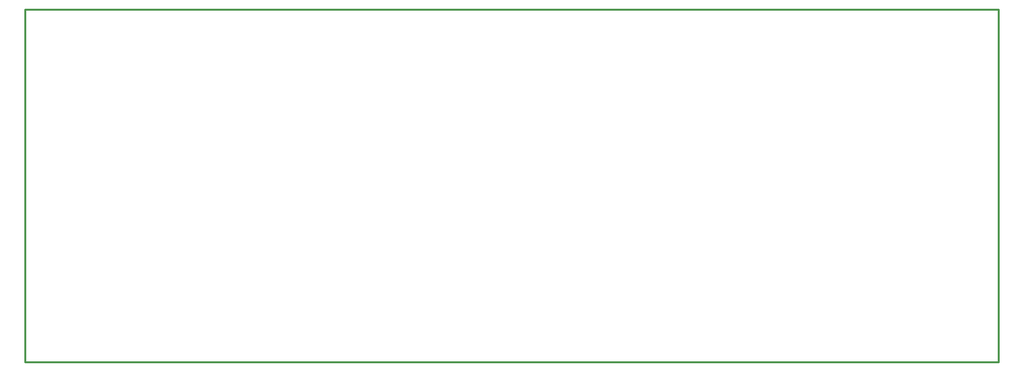
<source format=gbr>
G04 DesignSpark PCB Gerber Version 9.0 Build 5138 *
%FSLAX35Y35*%
%MOIN*%
%ADD14C,0.01200*%
X0Y0D02*
D02*
D14*
X600Y600D02*
X668100D01*
Y242600*
X600*
Y600*
X0Y0D02*
M02*

</source>
